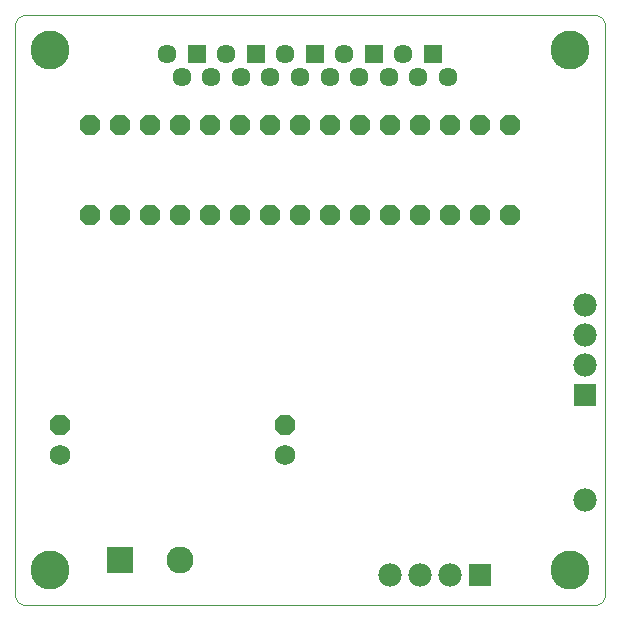
<source format=gbs>
G75*
G70*
%OFA0B0*%
%FSLAX24Y24*%
%IPPOS*%
%LPD*%
%AMOC8*
5,1,8,0,0,1.08239X$1,22.5*
%
%ADD10C,0.0000*%
%ADD11C,0.1300*%
%ADD12R,0.0780X0.0780*%
%ADD13C,0.0780*%
%ADD14R,0.0900X0.0900*%
%ADD15C,0.0900*%
%ADD16OC8,0.0680*%
%ADD17C,0.0680*%
%ADD18C,0.0636*%
%ADD19R,0.0636X0.0636*%
D10*
X000160Y000554D02*
X000160Y019451D01*
X000162Y019490D01*
X000168Y019528D01*
X000177Y019565D01*
X000190Y019602D01*
X000207Y019637D01*
X000226Y019670D01*
X000249Y019701D01*
X000275Y019730D01*
X000304Y019756D01*
X000335Y019779D01*
X000368Y019798D01*
X000403Y019815D01*
X000440Y019828D01*
X000477Y019837D01*
X000515Y019843D01*
X000554Y019845D01*
X019451Y019845D01*
X019490Y019843D01*
X019528Y019837D01*
X019565Y019828D01*
X019602Y019815D01*
X019637Y019798D01*
X019670Y019779D01*
X019701Y019756D01*
X019730Y019730D01*
X019756Y019701D01*
X019779Y019670D01*
X019798Y019637D01*
X019815Y019602D01*
X019828Y019565D01*
X019837Y019528D01*
X019843Y019490D01*
X019845Y019451D01*
X019845Y000554D01*
X019843Y000515D01*
X019837Y000477D01*
X019828Y000440D01*
X019815Y000403D01*
X019798Y000368D01*
X019779Y000335D01*
X019756Y000304D01*
X019730Y000275D01*
X019701Y000249D01*
X019670Y000226D01*
X019637Y000207D01*
X019602Y000190D01*
X019565Y000177D01*
X019528Y000168D01*
X019490Y000162D01*
X019451Y000160D01*
X000554Y000160D01*
X000515Y000162D01*
X000477Y000168D01*
X000440Y000177D01*
X000403Y000190D01*
X000368Y000207D01*
X000335Y000226D01*
X000304Y000249D01*
X000275Y000275D01*
X000249Y000304D01*
X000226Y000335D01*
X000207Y000368D01*
X000190Y000403D01*
X000177Y000440D01*
X000168Y000477D01*
X000162Y000515D01*
X000160Y000554D01*
D11*
X001341Y001341D03*
X018664Y001341D03*
X018664Y018664D03*
X001341Y018664D03*
D12*
X019160Y007160D03*
X015660Y001160D03*
D13*
X014660Y001160D03*
X013660Y001160D03*
X012660Y001160D03*
X019160Y003660D03*
X019160Y008160D03*
X019160Y009160D03*
X019160Y010160D03*
D14*
X003660Y001660D03*
D15*
X005660Y001660D03*
D16*
X009160Y006160D03*
X008660Y013160D03*
X007660Y013160D03*
X006660Y013160D03*
X005660Y013160D03*
X004660Y013160D03*
X003660Y013160D03*
X002660Y013160D03*
X002660Y016160D03*
X003660Y016160D03*
X004660Y016160D03*
X005660Y016160D03*
X006660Y016160D03*
X007660Y016160D03*
X008660Y016160D03*
X009660Y016160D03*
X010660Y016160D03*
X011660Y016160D03*
X012660Y016160D03*
X013660Y016160D03*
X014660Y016160D03*
X015660Y016160D03*
X016660Y016160D03*
X016660Y013160D03*
X015660Y013160D03*
X014660Y013160D03*
X013660Y013160D03*
X012660Y013160D03*
X011660Y013160D03*
X010660Y013160D03*
X009660Y013160D03*
X001660Y006160D03*
D17*
X001660Y005160D03*
X009160Y005160D03*
D18*
X008684Y017754D03*
X009176Y018541D03*
X009668Y017754D03*
X010652Y017754D03*
X011144Y018541D03*
X011636Y017754D03*
X012621Y017754D03*
X013113Y018541D03*
X013605Y017754D03*
X014589Y017754D03*
X007699Y017754D03*
X007207Y018541D03*
X006715Y017754D03*
X005731Y017754D03*
X005239Y018541D03*
D19*
X006223Y018541D03*
X008191Y018541D03*
X010160Y018541D03*
X012129Y018541D03*
X014097Y018541D03*
M02*

</source>
